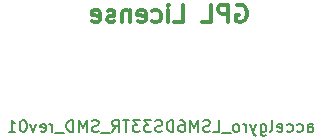
<source format=gbo>
G04 #@! TF.FileFunction,Legend,Bot*
%FSLAX46Y46*%
G04 Gerber Fmt 4.6, Leading zero omitted, Abs format (unit mm)*
G04 Created by KiCad (PCBNEW 4.0.6-e0-6349~53~ubuntu16.04.1) date Sat Jul 29 16:24:50 2017*
%MOMM*%
%LPD*%
G01*
G04 APERTURE LIST*
%ADD10C,0.150000*%
%ADD11C,0.300000*%
G04 APERTURE END LIST*
D10*
D11*
X157014286Y-93450000D02*
X157157143Y-93378571D01*
X157371429Y-93378571D01*
X157585714Y-93450000D01*
X157728572Y-93592857D01*
X157800000Y-93735714D01*
X157871429Y-94021429D01*
X157871429Y-94235714D01*
X157800000Y-94521429D01*
X157728572Y-94664286D01*
X157585714Y-94807143D01*
X157371429Y-94878571D01*
X157228572Y-94878571D01*
X157014286Y-94807143D01*
X156942857Y-94735714D01*
X156942857Y-94235714D01*
X157228572Y-94235714D01*
X156300000Y-94878571D02*
X156300000Y-93378571D01*
X155728572Y-93378571D01*
X155585714Y-93450000D01*
X155514286Y-93521429D01*
X155442857Y-93664286D01*
X155442857Y-93878571D01*
X155514286Y-94021429D01*
X155585714Y-94092857D01*
X155728572Y-94164286D01*
X156300000Y-94164286D01*
X154085714Y-94878571D02*
X154800000Y-94878571D01*
X154800000Y-93378571D01*
X151728571Y-94878571D02*
X152442857Y-94878571D01*
X152442857Y-93378571D01*
X151228571Y-94878571D02*
X151228571Y-93878571D01*
X151228571Y-93378571D02*
X151300000Y-93450000D01*
X151228571Y-93521429D01*
X151157143Y-93450000D01*
X151228571Y-93378571D01*
X151228571Y-93521429D01*
X149871428Y-94807143D02*
X150014285Y-94878571D01*
X150299999Y-94878571D01*
X150442857Y-94807143D01*
X150514285Y-94735714D01*
X150585714Y-94592857D01*
X150585714Y-94164286D01*
X150514285Y-94021429D01*
X150442857Y-93950000D01*
X150299999Y-93878571D01*
X150014285Y-93878571D01*
X149871428Y-93950000D01*
X148657143Y-94807143D02*
X148800000Y-94878571D01*
X149085714Y-94878571D01*
X149228571Y-94807143D01*
X149300000Y-94664286D01*
X149300000Y-94092857D01*
X149228571Y-93950000D01*
X149085714Y-93878571D01*
X148800000Y-93878571D01*
X148657143Y-93950000D01*
X148585714Y-94092857D01*
X148585714Y-94235714D01*
X149300000Y-94378571D01*
X147942857Y-93878571D02*
X147942857Y-94878571D01*
X147942857Y-94021429D02*
X147871429Y-93950000D01*
X147728571Y-93878571D01*
X147514286Y-93878571D01*
X147371429Y-93950000D01*
X147300000Y-94092857D01*
X147300000Y-94878571D01*
X146657143Y-94807143D02*
X146514286Y-94878571D01*
X146228571Y-94878571D01*
X146085714Y-94807143D01*
X146014286Y-94664286D01*
X146014286Y-94592857D01*
X146085714Y-94450000D01*
X146228571Y-94378571D01*
X146442857Y-94378571D01*
X146585714Y-94307143D01*
X146657143Y-94164286D01*
X146657143Y-94092857D01*
X146585714Y-93950000D01*
X146442857Y-93878571D01*
X146228571Y-93878571D01*
X146085714Y-93950000D01*
X144800000Y-94807143D02*
X144942857Y-94878571D01*
X145228571Y-94878571D01*
X145371428Y-94807143D01*
X145442857Y-94664286D01*
X145442857Y-94092857D01*
X145371428Y-93950000D01*
X145228571Y-93878571D01*
X144942857Y-93878571D01*
X144800000Y-93950000D01*
X144728571Y-94092857D01*
X144728571Y-94235714D01*
X145442857Y-94378571D01*
D10*
X163028573Y-104152381D02*
X163028573Y-103628571D01*
X163076192Y-103533333D01*
X163171430Y-103485714D01*
X163361907Y-103485714D01*
X163457145Y-103533333D01*
X163028573Y-104104762D02*
X163123811Y-104152381D01*
X163361907Y-104152381D01*
X163457145Y-104104762D01*
X163504764Y-104009524D01*
X163504764Y-103914286D01*
X163457145Y-103819048D01*
X163361907Y-103771429D01*
X163123811Y-103771429D01*
X163028573Y-103723810D01*
X162123811Y-104104762D02*
X162219049Y-104152381D01*
X162409526Y-104152381D01*
X162504764Y-104104762D01*
X162552383Y-104057143D01*
X162600002Y-103961905D01*
X162600002Y-103676190D01*
X162552383Y-103580952D01*
X162504764Y-103533333D01*
X162409526Y-103485714D01*
X162219049Y-103485714D01*
X162123811Y-103533333D01*
X161266668Y-104104762D02*
X161361906Y-104152381D01*
X161552383Y-104152381D01*
X161647621Y-104104762D01*
X161695240Y-104057143D01*
X161742859Y-103961905D01*
X161742859Y-103676190D01*
X161695240Y-103580952D01*
X161647621Y-103533333D01*
X161552383Y-103485714D01*
X161361906Y-103485714D01*
X161266668Y-103533333D01*
X160457144Y-104104762D02*
X160552382Y-104152381D01*
X160742859Y-104152381D01*
X160838097Y-104104762D01*
X160885716Y-104009524D01*
X160885716Y-103628571D01*
X160838097Y-103533333D01*
X160742859Y-103485714D01*
X160552382Y-103485714D01*
X160457144Y-103533333D01*
X160409525Y-103628571D01*
X160409525Y-103723810D01*
X160885716Y-103819048D01*
X159838097Y-104152381D02*
X159933335Y-104104762D01*
X159980954Y-104009524D01*
X159980954Y-103152381D01*
X159028572Y-103485714D02*
X159028572Y-104295238D01*
X159076191Y-104390476D01*
X159123810Y-104438095D01*
X159219049Y-104485714D01*
X159361906Y-104485714D01*
X159457144Y-104438095D01*
X159028572Y-104104762D02*
X159123810Y-104152381D01*
X159314287Y-104152381D01*
X159409525Y-104104762D01*
X159457144Y-104057143D01*
X159504763Y-103961905D01*
X159504763Y-103676190D01*
X159457144Y-103580952D01*
X159409525Y-103533333D01*
X159314287Y-103485714D01*
X159123810Y-103485714D01*
X159028572Y-103533333D01*
X158647620Y-103485714D02*
X158409525Y-104152381D01*
X158171429Y-103485714D02*
X158409525Y-104152381D01*
X158504763Y-104390476D01*
X158552382Y-104438095D01*
X158647620Y-104485714D01*
X157790477Y-104152381D02*
X157790477Y-103485714D01*
X157790477Y-103676190D02*
X157742858Y-103580952D01*
X157695239Y-103533333D01*
X157600001Y-103485714D01*
X157504762Y-103485714D01*
X157028572Y-104152381D02*
X157123810Y-104104762D01*
X157171429Y-104057143D01*
X157219048Y-103961905D01*
X157219048Y-103676190D01*
X157171429Y-103580952D01*
X157123810Y-103533333D01*
X157028572Y-103485714D01*
X156885714Y-103485714D01*
X156790476Y-103533333D01*
X156742857Y-103580952D01*
X156695238Y-103676190D01*
X156695238Y-103961905D01*
X156742857Y-104057143D01*
X156790476Y-104104762D01*
X156885714Y-104152381D01*
X157028572Y-104152381D01*
X156504762Y-104247619D02*
X155742857Y-104247619D01*
X155028571Y-104152381D02*
X155504762Y-104152381D01*
X155504762Y-103152381D01*
X154742857Y-104104762D02*
X154600000Y-104152381D01*
X154361904Y-104152381D01*
X154266666Y-104104762D01*
X154219047Y-104057143D01*
X154171428Y-103961905D01*
X154171428Y-103866667D01*
X154219047Y-103771429D01*
X154266666Y-103723810D01*
X154361904Y-103676190D01*
X154552381Y-103628571D01*
X154647619Y-103580952D01*
X154695238Y-103533333D01*
X154742857Y-103438095D01*
X154742857Y-103342857D01*
X154695238Y-103247619D01*
X154647619Y-103200000D01*
X154552381Y-103152381D01*
X154314285Y-103152381D01*
X154171428Y-103200000D01*
X153742857Y-104152381D02*
X153742857Y-103152381D01*
X153409523Y-103866667D01*
X153076190Y-103152381D01*
X153076190Y-104152381D01*
X152171428Y-103152381D02*
X152361905Y-103152381D01*
X152457143Y-103200000D01*
X152504762Y-103247619D01*
X152600000Y-103390476D01*
X152647619Y-103580952D01*
X152647619Y-103961905D01*
X152600000Y-104057143D01*
X152552381Y-104104762D01*
X152457143Y-104152381D01*
X152266666Y-104152381D01*
X152171428Y-104104762D01*
X152123809Y-104057143D01*
X152076190Y-103961905D01*
X152076190Y-103723810D01*
X152123809Y-103628571D01*
X152171428Y-103580952D01*
X152266666Y-103533333D01*
X152457143Y-103533333D01*
X152552381Y-103580952D01*
X152600000Y-103628571D01*
X152647619Y-103723810D01*
X151647619Y-104152381D02*
X151647619Y-103152381D01*
X151409524Y-103152381D01*
X151266666Y-103200000D01*
X151171428Y-103295238D01*
X151123809Y-103390476D01*
X151076190Y-103580952D01*
X151076190Y-103723810D01*
X151123809Y-103914286D01*
X151171428Y-104009524D01*
X151266666Y-104104762D01*
X151409524Y-104152381D01*
X151647619Y-104152381D01*
X150695238Y-104104762D02*
X150552381Y-104152381D01*
X150314285Y-104152381D01*
X150219047Y-104104762D01*
X150171428Y-104057143D01*
X150123809Y-103961905D01*
X150123809Y-103866667D01*
X150171428Y-103771429D01*
X150219047Y-103723810D01*
X150314285Y-103676190D01*
X150504762Y-103628571D01*
X150600000Y-103580952D01*
X150647619Y-103533333D01*
X150695238Y-103438095D01*
X150695238Y-103342857D01*
X150647619Y-103247619D01*
X150600000Y-103200000D01*
X150504762Y-103152381D01*
X150266666Y-103152381D01*
X150123809Y-103200000D01*
X149790476Y-103152381D02*
X149171428Y-103152381D01*
X149504762Y-103533333D01*
X149361904Y-103533333D01*
X149266666Y-103580952D01*
X149219047Y-103628571D01*
X149171428Y-103723810D01*
X149171428Y-103961905D01*
X149219047Y-104057143D01*
X149266666Y-104104762D01*
X149361904Y-104152381D01*
X149647619Y-104152381D01*
X149742857Y-104104762D01*
X149790476Y-104057143D01*
X148838095Y-103152381D02*
X148219047Y-103152381D01*
X148552381Y-103533333D01*
X148409523Y-103533333D01*
X148314285Y-103580952D01*
X148266666Y-103628571D01*
X148219047Y-103723810D01*
X148219047Y-103961905D01*
X148266666Y-104057143D01*
X148314285Y-104104762D01*
X148409523Y-104152381D01*
X148695238Y-104152381D01*
X148790476Y-104104762D01*
X148838095Y-104057143D01*
X147933333Y-103152381D02*
X147361904Y-103152381D01*
X147647619Y-104152381D02*
X147647619Y-103152381D01*
X146457142Y-104152381D02*
X146790476Y-103676190D01*
X147028571Y-104152381D02*
X147028571Y-103152381D01*
X146647618Y-103152381D01*
X146552380Y-103200000D01*
X146504761Y-103247619D01*
X146457142Y-103342857D01*
X146457142Y-103485714D01*
X146504761Y-103580952D01*
X146552380Y-103628571D01*
X146647618Y-103676190D01*
X147028571Y-103676190D01*
X146266666Y-104247619D02*
X145504761Y-104247619D01*
X145314285Y-104104762D02*
X145171428Y-104152381D01*
X144933332Y-104152381D01*
X144838094Y-104104762D01*
X144790475Y-104057143D01*
X144742856Y-103961905D01*
X144742856Y-103866667D01*
X144790475Y-103771429D01*
X144838094Y-103723810D01*
X144933332Y-103676190D01*
X145123809Y-103628571D01*
X145219047Y-103580952D01*
X145266666Y-103533333D01*
X145314285Y-103438095D01*
X145314285Y-103342857D01*
X145266666Y-103247619D01*
X145219047Y-103200000D01*
X145123809Y-103152381D01*
X144885713Y-103152381D01*
X144742856Y-103200000D01*
X144314285Y-104152381D02*
X144314285Y-103152381D01*
X143980951Y-103866667D01*
X143647618Y-103152381D01*
X143647618Y-104152381D01*
X143171428Y-104152381D02*
X143171428Y-103152381D01*
X142933333Y-103152381D01*
X142790475Y-103200000D01*
X142695237Y-103295238D01*
X142647618Y-103390476D01*
X142599999Y-103580952D01*
X142599999Y-103723810D01*
X142647618Y-103914286D01*
X142695237Y-104009524D01*
X142790475Y-104104762D01*
X142933333Y-104152381D01*
X143171428Y-104152381D01*
X142409523Y-104247619D02*
X141647618Y-104247619D01*
X141409523Y-104152381D02*
X141409523Y-103485714D01*
X141409523Y-103676190D02*
X141361904Y-103580952D01*
X141314285Y-103533333D01*
X141219047Y-103485714D01*
X141123808Y-103485714D01*
X140409522Y-104104762D02*
X140504760Y-104152381D01*
X140695237Y-104152381D01*
X140790475Y-104104762D01*
X140838094Y-104009524D01*
X140838094Y-103628571D01*
X140790475Y-103533333D01*
X140695237Y-103485714D01*
X140504760Y-103485714D01*
X140409522Y-103533333D01*
X140361903Y-103628571D01*
X140361903Y-103723810D01*
X140838094Y-103819048D01*
X140028570Y-103485714D02*
X139790475Y-104152381D01*
X139552379Y-103485714D01*
X138980951Y-103152381D02*
X138885712Y-103152381D01*
X138790474Y-103200000D01*
X138742855Y-103247619D01*
X138695236Y-103342857D01*
X138647617Y-103533333D01*
X138647617Y-103771429D01*
X138695236Y-103961905D01*
X138742855Y-104057143D01*
X138790474Y-104104762D01*
X138885712Y-104152381D01*
X138980951Y-104152381D01*
X139076189Y-104104762D01*
X139123808Y-104057143D01*
X139171427Y-103961905D01*
X139219046Y-103771429D01*
X139219046Y-103533333D01*
X139171427Y-103342857D01*
X139123808Y-103247619D01*
X139076189Y-103200000D01*
X138980951Y-103152381D01*
X137695236Y-104152381D02*
X138266665Y-104152381D01*
X137980951Y-104152381D02*
X137980951Y-103152381D01*
X138076189Y-103295238D01*
X138171427Y-103390476D01*
X138266665Y-103438095D01*
M02*

</source>
